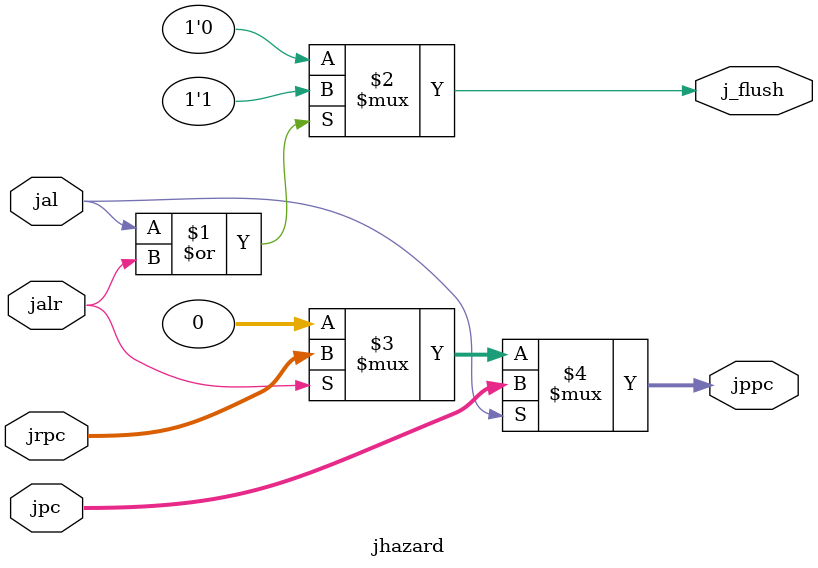
<source format=v>

module jhazard (
    input         jal,
    input         jalr,
    input  [31:0] jpc,
    input  [31:0] jrpc,

    output        j_flush,
    output [31:0] jppc
);

    assign j_flush = (jal|jalr) ? 1'b1 : 1'b0;
    

    assign jppc = jal ? jpc : (jalr ? jrpc : 32'b0);


    
endmodule
</source>
